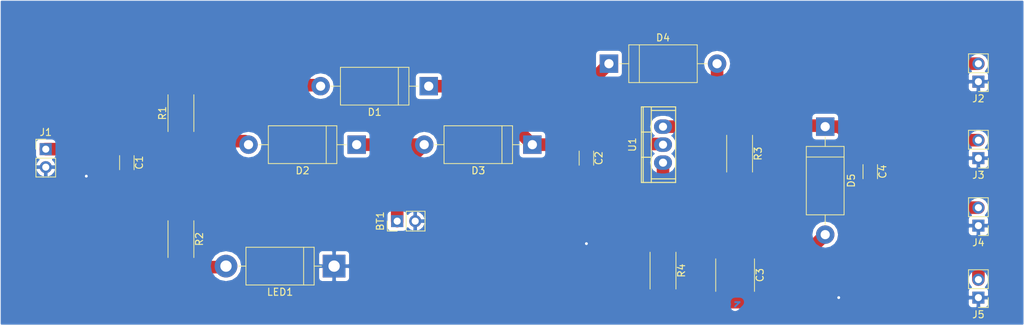
<source format=kicad_pcb>
(kicad_pcb (version 4) (host pcbnew 4.0.5)

  (general
    (links 34)
    (no_connects 0)
    (area 0 0 0 0)
    (thickness 1.6)
    (drawings 4)
    (tracks 68)
    (zones 0)
    (modules 21)
    (nets 10)
  )

  (page A4)
  (layers
    (0 F.Cu signal)
    (31 B.Cu signal)
    (32 B.Adhes user)
    (33 F.Adhes user)
    (34 B.Paste user)
    (35 F.Paste user)
    (36 B.SilkS user)
    (37 F.SilkS user)
    (38 B.Mask user)
    (39 F.Mask user)
    (40 Dwgs.User user)
    (41 Cmts.User user)
    (42 Eco1.User user)
    (43 Eco2.User user)
    (44 Edge.Cuts user)
    (45 Margin user)
    (46 B.CrtYd user)
    (47 F.CrtYd user)
    (48 B.Fab user)
    (49 F.Fab user)
  )

  (setup
    (last_trace_width 0.25)
    (user_trace_width 0.508)
    (user_trace_width 1.016)
    (user_trace_width 1.524)
    (user_trace_width 1.778)
    (user_trace_width 2.032)
    (user_trace_width 2.286)
    (trace_clearance 0.2)
    (zone_clearance 0.508)
    (zone_45_only no)
    (trace_min 0.2)
    (segment_width 0.2)
    (edge_width 0.1)
    (via_size 0.6)
    (via_drill 0.4)
    (via_min_size 0.4)
    (via_min_drill 0.3)
    (uvia_size 0.3)
    (uvia_drill 0.1)
    (uvias_allowed no)
    (uvia_min_size 0.2)
    (uvia_min_drill 0.1)
    (pcb_text_width 0.3)
    (pcb_text_size 1.5 1.5)
    (mod_edge_width 0.15)
    (mod_text_size 1 1)
    (mod_text_width 0.15)
    (pad_size 1.5 1.5)
    (pad_drill 0.6)
    (pad_to_mask_clearance 0)
    (aux_axis_origin 66.675 121.285)
    (grid_origin 66.675 121.285)
    (visible_elements 7FFFFFFF)
    (pcbplotparams
      (layerselection 0x020f0_80000001)
      (usegerberextensions false)
      (excludeedgelayer true)
      (linewidth 0.127000)
      (plotframeref false)
      (viasonmask false)
      (mode 1)
      (useauxorigin true)
      (hpglpennumber 1)
      (hpglpenspeed 20)
      (hpglpendiameter 15)
      (hpglpenoverlay 2)
      (psnegative false)
      (psa4output false)
      (plotreference true)
      (plotvalue true)
      (plotinvisibletext false)
      (padsonsilk false)
      (subtractmaskfromsilk false)
      (outputformat 1)
      (mirror false)
      (drillshape 0)
      (scaleselection 1)
      (outputdirectory ""))
  )

  (net 0 "")
  (net 1 "Net-(BT1-Pad1)")
  (net 2 GND)
  (net 3 "Net-(C1-Pad1)")
  (net 4 "Net-(C2-Pad1)")
  (net 5 "Net-(C3-Pad1)")
  (net 6 "Net-(C4-Pad1)")
  (net 7 "Net-(D2-Pad2)")
  (net 8 "Net-(LED1-Pad2)")
  (net 9 "Net-(R3-Pad2)")

  (net_class Default "This is the default net class."
    (clearance 0.2)
    (trace_width 0.25)
    (via_dia 0.6)
    (via_drill 0.4)
    (uvia_dia 0.3)
    (uvia_drill 0.1)
    (add_net GND)
    (add_net "Net-(BT1-Pad1)")
    (add_net "Net-(C1-Pad1)")
    (add_net "Net-(C2-Pad1)")
    (add_net "Net-(C3-Pad1)")
    (add_net "Net-(C4-Pad1)")
    (add_net "Net-(D2-Pad2)")
    (add_net "Net-(LED1-Pad2)")
    (add_net "Net-(R3-Pad2)")
  )

  (module Pin_Headers:Pin_Header_Straight_1x02_Pitch2.54mm (layer F.Cu) (tedit 5862ED52) (tstamp 58AB7960)
    (at 122.555 106.68 90)
    (descr "Through hole straight pin header, 1x02, 2.54mm pitch, single row")
    (tags "Through hole pin header THT 1x02 2.54mm single row")
    (path /58A7C862)
    (fp_text reference BT1 (at 0 -2.39 90) (layer F.SilkS)
      (effects (font (size 1 1) (thickness 0.15)))
    )
    (fp_text value Battery (at 0 4.93 90) (layer F.Fab)
      (effects (font (size 1 1) (thickness 0.15)))
    )
    (fp_line (start -1.27 -1.27) (end -1.27 3.81) (layer F.Fab) (width 0.1))
    (fp_line (start -1.27 3.81) (end 1.27 3.81) (layer F.Fab) (width 0.1))
    (fp_line (start 1.27 3.81) (end 1.27 -1.27) (layer F.Fab) (width 0.1))
    (fp_line (start 1.27 -1.27) (end -1.27 -1.27) (layer F.Fab) (width 0.1))
    (fp_line (start -1.39 1.27) (end -1.39 3.93) (layer F.SilkS) (width 0.12))
    (fp_line (start -1.39 3.93) (end 1.39 3.93) (layer F.SilkS) (width 0.12))
    (fp_line (start 1.39 3.93) (end 1.39 1.27) (layer F.SilkS) (width 0.12))
    (fp_line (start 1.39 1.27) (end -1.39 1.27) (layer F.SilkS) (width 0.12))
    (fp_line (start -1.39 0) (end -1.39 -1.39) (layer F.SilkS) (width 0.12))
    (fp_line (start -1.39 -1.39) (end 0 -1.39) (layer F.SilkS) (width 0.12))
    (fp_line (start -1.6 -1.6) (end -1.6 4.1) (layer F.CrtYd) (width 0.05))
    (fp_line (start -1.6 4.1) (end 1.6 4.1) (layer F.CrtYd) (width 0.05))
    (fp_line (start 1.6 4.1) (end 1.6 -1.6) (layer F.CrtYd) (width 0.05))
    (fp_line (start 1.6 -1.6) (end -1.6 -1.6) (layer F.CrtYd) (width 0.05))
    (pad 1 thru_hole rect (at 0 0 90) (size 1.7 1.7) (drill 1) (layers *.Cu *.Mask)
      (net 1 "Net-(BT1-Pad1)"))
    (pad 2 thru_hole oval (at 0 2.54 90) (size 1.7 1.7) (drill 1) (layers *.Cu *.Mask)
      (net 2 GND))
    (model Pin_Headers.3dshapes/Pin_Header_Straight_1x02_Pitch2.54mm.wrl
      (at (xyz 0 -0.05 0))
      (scale (xyz 1 1 1))
      (rotate (xyz 0 0 90))
    )
  )

  (module Capacitors_SMD:C_1206_HandSoldering (layer F.Cu) (tedit 58AA84D1) (tstamp 58AB7966)
    (at 84.455 98.425 270)
    (descr "Capacitor SMD 1206, hand soldering")
    (tags "capacitor 1206")
    (path /58A7C2EA)
    (attr smd)
    (fp_text reference C1 (at 0 -1.75 270) (layer F.SilkS)
      (effects (font (size 1 1) (thickness 0.15)))
    )
    (fp_text value 10u (at 0 2 270) (layer F.Fab)
      (effects (font (size 1 1) (thickness 0.15)))
    )
    (fp_text user %R (at 0 -1.75 270) (layer F.Fab)
      (effects (font (size 1 1) (thickness 0.15)))
    )
    (fp_line (start -1.6 0.8) (end -1.6 -0.8) (layer F.Fab) (width 0.1))
    (fp_line (start 1.6 0.8) (end -1.6 0.8) (layer F.Fab) (width 0.1))
    (fp_line (start 1.6 -0.8) (end 1.6 0.8) (layer F.Fab) (width 0.1))
    (fp_line (start -1.6 -0.8) (end 1.6 -0.8) (layer F.Fab) (width 0.1))
    (fp_line (start 1 -1.02) (end -1 -1.02) (layer F.SilkS) (width 0.12))
    (fp_line (start -1 1.02) (end 1 1.02) (layer F.SilkS) (width 0.12))
    (fp_line (start -3.25 -1.05) (end 3.25 -1.05) (layer F.CrtYd) (width 0.05))
    (fp_line (start -3.25 -1.05) (end -3.25 1.05) (layer F.CrtYd) (width 0.05))
    (fp_line (start 3.25 1.05) (end 3.25 -1.05) (layer F.CrtYd) (width 0.05))
    (fp_line (start 3.25 1.05) (end -3.25 1.05) (layer F.CrtYd) (width 0.05))
    (pad 1 smd rect (at -2 0 270) (size 2 1.6) (layers F.Cu F.Paste F.Mask)
      (net 3 "Net-(C1-Pad1)"))
    (pad 2 smd rect (at 2 0 270) (size 2 1.6) (layers F.Cu F.Paste F.Mask)
      (net 2 GND))
    (model Capacitors_SMD.3dshapes/C_1206.wrl
      (at (xyz 0 0 0))
      (scale (xyz 1 1 1))
      (rotate (xyz 0 0 0))
    )
  )

  (module Capacitors_SMD:C_1206_HandSoldering (layer F.Cu) (tedit 58AA84D1) (tstamp 58AB796C)
    (at 149.225 97.79 270)
    (descr "Capacitor SMD 1206, hand soldering")
    (tags "capacitor 1206")
    (path /58A76700)
    (attr smd)
    (fp_text reference C2 (at 0 -1.75 270) (layer F.SilkS)
      (effects (font (size 1 1) (thickness 0.15)))
    )
    (fp_text value 0.1u (at 0 2 270) (layer F.Fab)
      (effects (font (size 1 1) (thickness 0.15)))
    )
    (fp_text user %R (at 0 -1.75 270) (layer F.Fab)
      (effects (font (size 1 1) (thickness 0.15)))
    )
    (fp_line (start -1.6 0.8) (end -1.6 -0.8) (layer F.Fab) (width 0.1))
    (fp_line (start 1.6 0.8) (end -1.6 0.8) (layer F.Fab) (width 0.1))
    (fp_line (start 1.6 -0.8) (end 1.6 0.8) (layer F.Fab) (width 0.1))
    (fp_line (start -1.6 -0.8) (end 1.6 -0.8) (layer F.Fab) (width 0.1))
    (fp_line (start 1 -1.02) (end -1 -1.02) (layer F.SilkS) (width 0.12))
    (fp_line (start -1 1.02) (end 1 1.02) (layer F.SilkS) (width 0.12))
    (fp_line (start -3.25 -1.05) (end 3.25 -1.05) (layer F.CrtYd) (width 0.05))
    (fp_line (start -3.25 -1.05) (end -3.25 1.05) (layer F.CrtYd) (width 0.05))
    (fp_line (start 3.25 1.05) (end 3.25 -1.05) (layer F.CrtYd) (width 0.05))
    (fp_line (start 3.25 1.05) (end -3.25 1.05) (layer F.CrtYd) (width 0.05))
    (pad 1 smd rect (at -2 0 270) (size 2 1.6) (layers F.Cu F.Paste F.Mask)
      (net 4 "Net-(C2-Pad1)"))
    (pad 2 smd rect (at 2 0 270) (size 2 1.6) (layers F.Cu F.Paste F.Mask)
      (net 2 GND))
    (model Capacitors_SMD.3dshapes/C_1206.wrl
      (at (xyz 0 0 0))
      (scale (xyz 1 1 1))
      (rotate (xyz 0 0 0))
    )
  )

  (module Capacitors_SMD:C_2220_HandSoldering (layer F.Cu) (tedit 58AA857D) (tstamp 58AB7972)
    (at 170.18 114.3 270)
    (descr "Capacitor SMD 2220, hand soldering")
    (tags "capacitor 2220")
    (path /58A766C5)
    (attr smd)
    (fp_text reference C3 (at 0 -3.5 270) (layer F.SilkS)
      (effects (font (size 1 1) (thickness 0.15)))
    )
    (fp_text value 20u (at 0 3.75 270) (layer F.Fab)
      (effects (font (size 1 1) (thickness 0.15)))
    )
    (fp_text user %R (at 0 -3.5 270) (layer F.Fab)
      (effects (font (size 1 1) (thickness 0.15)))
    )
    (fp_line (start -2.75 2.5) (end -2.75 -2.5) (layer F.Fab) (width 0.1))
    (fp_line (start 2.75 2.5) (end -2.75 2.5) (layer F.Fab) (width 0.1))
    (fp_line (start 2.75 -2.5) (end 2.75 2.5) (layer F.Fab) (width 0.1))
    (fp_line (start -2.75 -2.5) (end 2.75 -2.5) (layer F.Fab) (width 0.1))
    (fp_line (start 2.3 -2.73) (end -2.3 -2.73) (layer F.SilkS) (width 0.12))
    (fp_line (start -2.3 2.73) (end 2.3 2.73) (layer F.SilkS) (width 0.12))
    (fp_line (start -4.95 -2.75) (end 4.95 -2.75) (layer F.CrtYd) (width 0.05))
    (fp_line (start -4.95 -2.75) (end -4.95 2.75) (layer F.CrtYd) (width 0.05))
    (fp_line (start 4.95 2.75) (end 4.95 -2.75) (layer F.CrtYd) (width 0.05))
    (fp_line (start 4.95 2.75) (end -4.95 2.75) (layer F.CrtYd) (width 0.05))
    (pad 1 smd rect (at -3.5 0 270) (size 2.4 5) (layers F.Cu F.Paste F.Mask)
      (net 5 "Net-(C3-Pad1)"))
    (pad 2 smd rect (at 3.5 0 270) (size 2.4 5) (layers F.Cu F.Paste F.Mask)
      (net 2 GND))
    (model Capacitors_SMD.3dshapes/C_2220.wrl
      (at (xyz 0 0 0))
      (scale (xyz 1 1 1))
      (rotate (xyz 0 0 0))
    )
  )

  (module Capacitors_SMD:C_1206_HandSoldering (layer F.Cu) (tedit 58AA84D1) (tstamp 58AB7978)
    (at 189.23 99.695 270)
    (descr "Capacitor SMD 1206, hand soldering")
    (tags "capacitor 1206")
    (path /58A7E144)
    (attr smd)
    (fp_text reference C4 (at 0 -1.75 270) (layer F.SilkS)
      (effects (font (size 1 1) (thickness 0.15)))
    )
    (fp_text value 1u (at 0 2 270) (layer F.Fab)
      (effects (font (size 1 1) (thickness 0.15)))
    )
    (fp_text user %R (at 0 -1.75 270) (layer F.Fab)
      (effects (font (size 1 1) (thickness 0.15)))
    )
    (fp_line (start -1.6 0.8) (end -1.6 -0.8) (layer F.Fab) (width 0.1))
    (fp_line (start 1.6 0.8) (end -1.6 0.8) (layer F.Fab) (width 0.1))
    (fp_line (start 1.6 -0.8) (end 1.6 0.8) (layer F.Fab) (width 0.1))
    (fp_line (start -1.6 -0.8) (end 1.6 -0.8) (layer F.Fab) (width 0.1))
    (fp_line (start 1 -1.02) (end -1 -1.02) (layer F.SilkS) (width 0.12))
    (fp_line (start -1 1.02) (end 1 1.02) (layer F.SilkS) (width 0.12))
    (fp_line (start -3.25 -1.05) (end 3.25 -1.05) (layer F.CrtYd) (width 0.05))
    (fp_line (start -3.25 -1.05) (end -3.25 1.05) (layer F.CrtYd) (width 0.05))
    (fp_line (start 3.25 1.05) (end 3.25 -1.05) (layer F.CrtYd) (width 0.05))
    (fp_line (start 3.25 1.05) (end -3.25 1.05) (layer F.CrtYd) (width 0.05))
    (pad 1 smd rect (at -2 0 270) (size 2 1.6) (layers F.Cu F.Paste F.Mask)
      (net 6 "Net-(C4-Pad1)"))
    (pad 2 smd rect (at 2 0 270) (size 2 1.6) (layers F.Cu F.Paste F.Mask)
      (net 2 GND))
    (model Capacitors_SMD.3dshapes/C_1206.wrl
      (at (xyz 0 0 0))
      (scale (xyz 1 1 1))
      (rotate (xyz 0 0 0))
    )
  )

  (module Diodes_THT:D_DO-201_P15.24mm_Horizontal (layer F.Cu) (tedit 5877C982) (tstamp 58AB797E)
    (at 127 87.63 180)
    (descr "D, DO-201 series, Axial, Horizontal, pin pitch=15.24mm, , length*diameter=9.53*5.21mm^2, , http://www.diodes.com/_files/packages/DO-201.pdf")
    (tags "D DO-201 series Axial Horizontal pin pitch 15.24mm  length 9.53mm diameter 5.21mm")
    (path /58A76920)
    (fp_text reference D1 (at 7.62 -3.665 180) (layer F.SilkS)
      (effects (font (size 1 1) (thickness 0.15)))
    )
    (fp_text value D_Schottky (at 7.62 3.665 180) (layer F.Fab)
      (effects (font (size 1 1) (thickness 0.15)))
    )
    (fp_line (start 2.855 -2.605) (end 2.855 2.605) (layer F.Fab) (width 0.1))
    (fp_line (start 2.855 2.605) (end 12.385 2.605) (layer F.Fab) (width 0.1))
    (fp_line (start 12.385 2.605) (end 12.385 -2.605) (layer F.Fab) (width 0.1))
    (fp_line (start 12.385 -2.605) (end 2.855 -2.605) (layer F.Fab) (width 0.1))
    (fp_line (start 0 0) (end 2.855 0) (layer F.Fab) (width 0.1))
    (fp_line (start 15.24 0) (end 12.385 0) (layer F.Fab) (width 0.1))
    (fp_line (start 4.2845 -2.605) (end 4.2845 2.605) (layer F.Fab) (width 0.1))
    (fp_line (start 2.795 -2.665) (end 2.795 2.665) (layer F.SilkS) (width 0.12))
    (fp_line (start 2.795 2.665) (end 12.445 2.665) (layer F.SilkS) (width 0.12))
    (fp_line (start 12.445 2.665) (end 12.445 -2.665) (layer F.SilkS) (width 0.12))
    (fp_line (start 12.445 -2.665) (end 2.795 -2.665) (layer F.SilkS) (width 0.12))
    (fp_line (start 1.48 0) (end 2.795 0) (layer F.SilkS) (width 0.12))
    (fp_line (start 13.76 0) (end 12.445 0) (layer F.SilkS) (width 0.12))
    (fp_line (start 4.2845 -2.665) (end 4.2845 2.665) (layer F.SilkS) (width 0.12))
    (fp_line (start -1.55 -2.95) (end -1.55 2.95) (layer F.CrtYd) (width 0.05))
    (fp_line (start -1.55 2.95) (end 16.8 2.95) (layer F.CrtYd) (width 0.05))
    (fp_line (start 16.8 2.95) (end 16.8 -2.95) (layer F.CrtYd) (width 0.05))
    (fp_line (start 16.8 -2.95) (end -1.55 -2.95) (layer F.CrtYd) (width 0.05))
    (pad 1 thru_hole rect (at 0 0 180) (size 2.6 2.6) (drill 1.3) (layers *.Cu *.Mask)
      (net 4 "Net-(C2-Pad1)"))
    (pad 2 thru_hole oval (at 15.24 0 180) (size 2.6 2.6) (drill 1.3) (layers *.Cu *.Mask)
      (net 3 "Net-(C1-Pad1)"))
    (model Diodes_THT.3dshapes/D_DO-201_P15.24mm_Horizontal.wrl
      (at (xyz 0 0 0))
      (scale (xyz 0.393701 0.393701 0.393701))
      (rotate (xyz 0 0 0))
    )
  )

  (module Diodes_THT:D_DO-201_P15.24mm_Horizontal (layer F.Cu) (tedit 5877C982) (tstamp 58AB7984)
    (at 116.84 95.885 180)
    (descr "D, DO-201 series, Axial, Horizontal, pin pitch=15.24mm, , length*diameter=9.53*5.21mm^2, , http://www.diodes.com/_files/packages/DO-201.pdf")
    (tags "D DO-201 series Axial Horizontal pin pitch 15.24mm  length 9.53mm diameter 5.21mm")
    (path /58A768E0)
    (fp_text reference D2 (at 7.62 -3.665 180) (layer F.SilkS)
      (effects (font (size 1 1) (thickness 0.15)))
    )
    (fp_text value D_Schottky (at 7.62 3.665 180) (layer F.Fab)
      (effects (font (size 1 1) (thickness 0.15)))
    )
    (fp_line (start 2.855 -2.605) (end 2.855 2.605) (layer F.Fab) (width 0.1))
    (fp_line (start 2.855 2.605) (end 12.385 2.605) (layer F.Fab) (width 0.1))
    (fp_line (start 12.385 2.605) (end 12.385 -2.605) (layer F.Fab) (width 0.1))
    (fp_line (start 12.385 -2.605) (end 2.855 -2.605) (layer F.Fab) (width 0.1))
    (fp_line (start 0 0) (end 2.855 0) (layer F.Fab) (width 0.1))
    (fp_line (start 15.24 0) (end 12.385 0) (layer F.Fab) (width 0.1))
    (fp_line (start 4.2845 -2.605) (end 4.2845 2.605) (layer F.Fab) (width 0.1))
    (fp_line (start 2.795 -2.665) (end 2.795 2.665) (layer F.SilkS) (width 0.12))
    (fp_line (start 2.795 2.665) (end 12.445 2.665) (layer F.SilkS) (width 0.12))
    (fp_line (start 12.445 2.665) (end 12.445 -2.665) (layer F.SilkS) (width 0.12))
    (fp_line (start 12.445 -2.665) (end 2.795 -2.665) (layer F.SilkS) (width 0.12))
    (fp_line (start 1.48 0) (end 2.795 0) (layer F.SilkS) (width 0.12))
    (fp_line (start 13.76 0) (end 12.445 0) (layer F.SilkS) (width 0.12))
    (fp_line (start 4.2845 -2.665) (end 4.2845 2.665) (layer F.SilkS) (width 0.12))
    (fp_line (start -1.55 -2.95) (end -1.55 2.95) (layer F.CrtYd) (width 0.05))
    (fp_line (start -1.55 2.95) (end 16.8 2.95) (layer F.CrtYd) (width 0.05))
    (fp_line (start 16.8 2.95) (end 16.8 -2.95) (layer F.CrtYd) (width 0.05))
    (fp_line (start 16.8 -2.95) (end -1.55 -2.95) (layer F.CrtYd) (width 0.05))
    (pad 1 thru_hole rect (at 0 0 180) (size 2.6 2.6) (drill 1.3) (layers *.Cu *.Mask)
      (net 1 "Net-(BT1-Pad1)"))
    (pad 2 thru_hole oval (at 15.24 0 180) (size 2.6 2.6) (drill 1.3) (layers *.Cu *.Mask)
      (net 7 "Net-(D2-Pad2)"))
    (model Diodes_THT.3dshapes/D_DO-201_P15.24mm_Horizontal.wrl
      (at (xyz 0 0 0))
      (scale (xyz 0.393701 0.393701 0.393701))
      (rotate (xyz 0 0 0))
    )
  )

  (module Diodes_THT:D_DO-201_P15.24mm_Horizontal (layer F.Cu) (tedit 5877C982) (tstamp 58AB798A)
    (at 141.605 95.885 180)
    (descr "D, DO-201 series, Axial, Horizontal, pin pitch=15.24mm, , length*diameter=9.53*5.21mm^2, , http://www.diodes.com/_files/packages/DO-201.pdf")
    (tags "D DO-201 series Axial Horizontal pin pitch 15.24mm  length 9.53mm diameter 5.21mm")
    (path /58A76968)
    (fp_text reference D3 (at 7.62 -3.665 180) (layer F.SilkS)
      (effects (font (size 1 1) (thickness 0.15)))
    )
    (fp_text value D_Schottky (at 7.62 3.665 180) (layer F.Fab)
      (effects (font (size 1 1) (thickness 0.15)))
    )
    (fp_line (start 2.855 -2.605) (end 2.855 2.605) (layer F.Fab) (width 0.1))
    (fp_line (start 2.855 2.605) (end 12.385 2.605) (layer F.Fab) (width 0.1))
    (fp_line (start 12.385 2.605) (end 12.385 -2.605) (layer F.Fab) (width 0.1))
    (fp_line (start 12.385 -2.605) (end 2.855 -2.605) (layer F.Fab) (width 0.1))
    (fp_line (start 0 0) (end 2.855 0) (layer F.Fab) (width 0.1))
    (fp_line (start 15.24 0) (end 12.385 0) (layer F.Fab) (width 0.1))
    (fp_line (start 4.2845 -2.605) (end 4.2845 2.605) (layer F.Fab) (width 0.1))
    (fp_line (start 2.795 -2.665) (end 2.795 2.665) (layer F.SilkS) (width 0.12))
    (fp_line (start 2.795 2.665) (end 12.445 2.665) (layer F.SilkS) (width 0.12))
    (fp_line (start 12.445 2.665) (end 12.445 -2.665) (layer F.SilkS) (width 0.12))
    (fp_line (start 12.445 -2.665) (end 2.795 -2.665) (layer F.SilkS) (width 0.12))
    (fp_line (start 1.48 0) (end 2.795 0) (layer F.SilkS) (width 0.12))
    (fp_line (start 13.76 0) (end 12.445 0) (layer F.SilkS) (width 0.12))
    (fp_line (start 4.2845 -2.665) (end 4.2845 2.665) (layer F.SilkS) (width 0.12))
    (fp_line (start -1.55 -2.95) (end -1.55 2.95) (layer F.CrtYd) (width 0.05))
    (fp_line (start -1.55 2.95) (end 16.8 2.95) (layer F.CrtYd) (width 0.05))
    (fp_line (start 16.8 2.95) (end 16.8 -2.95) (layer F.CrtYd) (width 0.05))
    (fp_line (start 16.8 -2.95) (end -1.55 -2.95) (layer F.CrtYd) (width 0.05))
    (pad 1 thru_hole rect (at 0 0 180) (size 2.6 2.6) (drill 1.3) (layers *.Cu *.Mask)
      (net 4 "Net-(C2-Pad1)"))
    (pad 2 thru_hole oval (at 15.24 0 180) (size 2.6 2.6) (drill 1.3) (layers *.Cu *.Mask)
      (net 1 "Net-(BT1-Pad1)"))
    (model Diodes_THT.3dshapes/D_DO-201_P15.24mm_Horizontal.wrl
      (at (xyz 0 0 0))
      (scale (xyz 0.393701 0.393701 0.393701))
      (rotate (xyz 0 0 0))
    )
  )

  (module Diodes_THT:D_DO-201_P15.24mm_Horizontal (layer F.Cu) (tedit 5877C982) (tstamp 58AB7990)
    (at 152.4 84.455)
    (descr "D, DO-201 series, Axial, Horizontal, pin pitch=15.24mm, , length*diameter=9.53*5.21mm^2, , http://www.diodes.com/_files/packages/DO-201.pdf")
    (tags "D DO-201 series Axial Horizontal pin pitch 15.24mm  length 9.53mm diameter 5.21mm")
    (path /58A7D172)
    (fp_text reference D4 (at 7.62 -3.665) (layer F.SilkS)
      (effects (font (size 1 1) (thickness 0.15)))
    )
    (fp_text value D_Schottky (at 7.62 3.665) (layer F.Fab)
      (effects (font (size 1 1) (thickness 0.15)))
    )
    (fp_line (start 2.855 -2.605) (end 2.855 2.605) (layer F.Fab) (width 0.1))
    (fp_line (start 2.855 2.605) (end 12.385 2.605) (layer F.Fab) (width 0.1))
    (fp_line (start 12.385 2.605) (end 12.385 -2.605) (layer F.Fab) (width 0.1))
    (fp_line (start 12.385 -2.605) (end 2.855 -2.605) (layer F.Fab) (width 0.1))
    (fp_line (start 0 0) (end 2.855 0) (layer F.Fab) (width 0.1))
    (fp_line (start 15.24 0) (end 12.385 0) (layer F.Fab) (width 0.1))
    (fp_line (start 4.2845 -2.605) (end 4.2845 2.605) (layer F.Fab) (width 0.1))
    (fp_line (start 2.795 -2.665) (end 2.795 2.665) (layer F.SilkS) (width 0.12))
    (fp_line (start 2.795 2.665) (end 12.445 2.665) (layer F.SilkS) (width 0.12))
    (fp_line (start 12.445 2.665) (end 12.445 -2.665) (layer F.SilkS) (width 0.12))
    (fp_line (start 12.445 -2.665) (end 2.795 -2.665) (layer F.SilkS) (width 0.12))
    (fp_line (start 1.48 0) (end 2.795 0) (layer F.SilkS) (width 0.12))
    (fp_line (start 13.76 0) (end 12.445 0) (layer F.SilkS) (width 0.12))
    (fp_line (start 4.2845 -2.665) (end 4.2845 2.665) (layer F.SilkS) (width 0.12))
    (fp_line (start -1.55 -2.95) (end -1.55 2.95) (layer F.CrtYd) (width 0.05))
    (fp_line (start -1.55 2.95) (end 16.8 2.95) (layer F.CrtYd) (width 0.05))
    (fp_line (start 16.8 2.95) (end 16.8 -2.95) (layer F.CrtYd) (width 0.05))
    (fp_line (start 16.8 -2.95) (end -1.55 -2.95) (layer F.CrtYd) (width 0.05))
    (pad 1 thru_hole rect (at 0 0) (size 2.6 2.6) (drill 1.3) (layers *.Cu *.Mask)
      (net 4 "Net-(C2-Pad1)"))
    (pad 2 thru_hole oval (at 15.24 0) (size 2.6 2.6) (drill 1.3) (layers *.Cu *.Mask)
      (net 6 "Net-(C4-Pad1)"))
    (model Diodes_THT.3dshapes/D_DO-201_P15.24mm_Horizontal.wrl
      (at (xyz 0 0 0))
      (scale (xyz 0.393701 0.393701 0.393701))
      (rotate (xyz 0 0 0))
    )
  )

  (module Diodes_THT:D_DO-201_P15.24mm_Horizontal (layer F.Cu) (tedit 5877C982) (tstamp 58AB7996)
    (at 182.88 93.345 270)
    (descr "D, DO-201 series, Axial, Horizontal, pin pitch=15.24mm, , length*diameter=9.53*5.21mm^2, , http://www.diodes.com/_files/packages/DO-201.pdf")
    (tags "D DO-201 series Axial Horizontal pin pitch 15.24mm  length 9.53mm diameter 5.21mm")
    (path /58A7A698)
    (fp_text reference D5 (at 7.62 -3.665 270) (layer F.SilkS)
      (effects (font (size 1 1) (thickness 0.15)))
    )
    (fp_text value D_Zener_Small (at 7.62 3.665 270) (layer F.Fab)
      (effects (font (size 1 1) (thickness 0.15)))
    )
    (fp_line (start 2.855 -2.605) (end 2.855 2.605) (layer F.Fab) (width 0.1))
    (fp_line (start 2.855 2.605) (end 12.385 2.605) (layer F.Fab) (width 0.1))
    (fp_line (start 12.385 2.605) (end 12.385 -2.605) (layer F.Fab) (width 0.1))
    (fp_line (start 12.385 -2.605) (end 2.855 -2.605) (layer F.Fab) (width 0.1))
    (fp_line (start 0 0) (end 2.855 0) (layer F.Fab) (width 0.1))
    (fp_line (start 15.24 0) (end 12.385 0) (layer F.Fab) (width 0.1))
    (fp_line (start 4.2845 -2.605) (end 4.2845 2.605) (layer F.Fab) (width 0.1))
    (fp_line (start 2.795 -2.665) (end 2.795 2.665) (layer F.SilkS) (width 0.12))
    (fp_line (start 2.795 2.665) (end 12.445 2.665) (layer F.SilkS) (width 0.12))
    (fp_line (start 12.445 2.665) (end 12.445 -2.665) (layer F.SilkS) (width 0.12))
    (fp_line (start 12.445 -2.665) (end 2.795 -2.665) (layer F.SilkS) (width 0.12))
    (fp_line (start 1.48 0) (end 2.795 0) (layer F.SilkS) (width 0.12))
    (fp_line (start 13.76 0) (end 12.445 0) (layer F.SilkS) (width 0.12))
    (fp_line (start 4.2845 -2.665) (end 4.2845 2.665) (layer F.SilkS) (width 0.12))
    (fp_line (start -1.55 -2.95) (end -1.55 2.95) (layer F.CrtYd) (width 0.05))
    (fp_line (start -1.55 2.95) (end 16.8 2.95) (layer F.CrtYd) (width 0.05))
    (fp_line (start 16.8 2.95) (end 16.8 -2.95) (layer F.CrtYd) (width 0.05))
    (fp_line (start 16.8 -2.95) (end -1.55 -2.95) (layer F.CrtYd) (width 0.05))
    (pad 1 thru_hole rect (at 0 0 270) (size 2.6 2.6) (drill 1.3) (layers *.Cu *.Mask)
      (net 6 "Net-(C4-Pad1)"))
    (pad 2 thru_hole oval (at 15.24 0 270) (size 2.6 2.6) (drill 1.3) (layers *.Cu *.Mask)
      (net 5 "Net-(C3-Pad1)"))
    (model Diodes_THT.3dshapes/D_DO-201_P15.24mm_Horizontal.wrl
      (at (xyz 0 0 0))
      (scale (xyz 0.393701 0.393701 0.393701))
      (rotate (xyz 0 0 0))
    )
  )

  (module Pin_Headers:Pin_Header_Straight_1x02_Pitch2.54mm (layer F.Cu) (tedit 5862ED52) (tstamp 58AB799C)
    (at 73.025 96.52)
    (descr "Through hole straight pin header, 1x02, 2.54mm pitch, single row")
    (tags "Through hole pin header THT 1x02 2.54mm single row")
    (path /58AB5C03)
    (fp_text reference J1 (at 0 -2.39) (layer F.SilkS)
      (effects (font (size 1 1) (thickness 0.15)))
    )
    (fp_text value TwoPin (at 0 4.93) (layer F.Fab)
      (effects (font (size 1 1) (thickness 0.15)))
    )
    (fp_line (start -1.27 -1.27) (end -1.27 3.81) (layer F.Fab) (width 0.1))
    (fp_line (start -1.27 3.81) (end 1.27 3.81) (layer F.Fab) (width 0.1))
    (fp_line (start 1.27 3.81) (end 1.27 -1.27) (layer F.Fab) (width 0.1))
    (fp_line (start 1.27 -1.27) (end -1.27 -1.27) (layer F.Fab) (width 0.1))
    (fp_line (start -1.39 1.27) (end -1.39 3.93) (layer F.SilkS) (width 0.12))
    (fp_line (start -1.39 3.93) (end 1.39 3.93) (layer F.SilkS) (width 0.12))
    (fp_line (start 1.39 3.93) (end 1.39 1.27) (layer F.SilkS) (width 0.12))
    (fp_line (start 1.39 1.27) (end -1.39 1.27) (layer F.SilkS) (width 0.12))
    (fp_line (start -1.39 0) (end -1.39 -1.39) (layer F.SilkS) (width 0.12))
    (fp_line (start -1.39 -1.39) (end 0 -1.39) (layer F.SilkS) (width 0.12))
    (fp_line (start -1.6 -1.6) (end -1.6 4.1) (layer F.CrtYd) (width 0.05))
    (fp_line (start -1.6 4.1) (end 1.6 4.1) (layer F.CrtYd) (width 0.05))
    (fp_line (start 1.6 4.1) (end 1.6 -1.6) (layer F.CrtYd) (width 0.05))
    (fp_line (start 1.6 -1.6) (end -1.6 -1.6) (layer F.CrtYd) (width 0.05))
    (pad 1 thru_hole rect (at 0 0) (size 1.7 1.7) (drill 1) (layers *.Cu *.Mask)
      (net 3 "Net-(C1-Pad1)"))
    (pad 2 thru_hole oval (at 0 2.54) (size 1.7 1.7) (drill 1) (layers *.Cu *.Mask)
      (net 2 GND))
    (model Pin_Headers.3dshapes/Pin_Header_Straight_1x02_Pitch2.54mm.wrl
      (at (xyz 0 -0.05 0))
      (scale (xyz 1 1 1))
      (rotate (xyz 0 0 90))
    )
  )

  (module Pin_Headers:Pin_Header_Straight_1x02_Pitch2.54mm (layer F.Cu) (tedit 5862ED52) (tstamp 58AB79A2)
    (at 204.47 86.995 180)
    (descr "Through hole straight pin header, 1x02, 2.54mm pitch, single row")
    (tags "Through hole pin header THT 1x02 2.54mm single row")
    (path /58AB5C5C)
    (fp_text reference J2 (at 0 -2.39 180) (layer F.SilkS)
      (effects (font (size 1 1) (thickness 0.15)))
    )
    (fp_text value TwoPin (at 0 4.93 180) (layer F.Fab)
      (effects (font (size 1 1) (thickness 0.15)))
    )
    (fp_line (start -1.27 -1.27) (end -1.27 3.81) (layer F.Fab) (width 0.1))
    (fp_line (start -1.27 3.81) (end 1.27 3.81) (layer F.Fab) (width 0.1))
    (fp_line (start 1.27 3.81) (end 1.27 -1.27) (layer F.Fab) (width 0.1))
    (fp_line (start 1.27 -1.27) (end -1.27 -1.27) (layer F.Fab) (width 0.1))
    (fp_line (start -1.39 1.27) (end -1.39 3.93) (layer F.SilkS) (width 0.12))
    (fp_line (start -1.39 3.93) (end 1.39 3.93) (layer F.SilkS) (width 0.12))
    (fp_line (start 1.39 3.93) (end 1.39 1.27) (layer F.SilkS) (width 0.12))
    (fp_line (start 1.39 1.27) (end -1.39 1.27) (layer F.SilkS) (width 0.12))
    (fp_line (start -1.39 0) (end -1.39 -1.39) (layer F.SilkS) (width 0.12))
    (fp_line (start -1.39 -1.39) (end 0 -1.39) (layer F.SilkS) (width 0.12))
    (fp_line (start -1.6 -1.6) (end -1.6 4.1) (layer F.CrtYd) (width 0.05))
    (fp_line (start -1.6 4.1) (end 1.6 4.1) (layer F.CrtYd) (width 0.05))
    (fp_line (start 1.6 4.1) (end 1.6 -1.6) (layer F.CrtYd) (width 0.05))
    (fp_line (start 1.6 -1.6) (end -1.6 -1.6) (layer F.CrtYd) (width 0.05))
    (pad 1 thru_hole rect (at 0 0 180) (size 1.7 1.7) (drill 1) (layers *.Cu *.Mask)
      (net 2 GND))
    (pad 2 thru_hole oval (at 0 2.54 180) (size 1.7 1.7) (drill 1) (layers *.Cu *.Mask)
      (net 6 "Net-(C4-Pad1)"))
    (model Pin_Headers.3dshapes/Pin_Header_Straight_1x02_Pitch2.54mm.wrl
      (at (xyz 0 -0.05 0))
      (scale (xyz 1 1 1))
      (rotate (xyz 0 0 90))
    )
  )

  (module Pin_Headers:Pin_Header_Straight_1x02_Pitch2.54mm (layer F.Cu) (tedit 5862ED52) (tstamp 58AB79A8)
    (at 204.47 97.79 180)
    (descr "Through hole straight pin header, 1x02, 2.54mm pitch, single row")
    (tags "Through hole pin header THT 1x02 2.54mm single row")
    (path /58AB5CA8)
    (fp_text reference J3 (at 0 -2.39 180) (layer F.SilkS)
      (effects (font (size 1 1) (thickness 0.15)))
    )
    (fp_text value TwoPin (at 0 4.93 180) (layer F.Fab)
      (effects (font (size 1 1) (thickness 0.15)))
    )
    (fp_line (start -1.27 -1.27) (end -1.27 3.81) (layer F.Fab) (width 0.1))
    (fp_line (start -1.27 3.81) (end 1.27 3.81) (layer F.Fab) (width 0.1))
    (fp_line (start 1.27 3.81) (end 1.27 -1.27) (layer F.Fab) (width 0.1))
    (fp_line (start 1.27 -1.27) (end -1.27 -1.27) (layer F.Fab) (width 0.1))
    (fp_line (start -1.39 1.27) (end -1.39 3.93) (layer F.SilkS) (width 0.12))
    (fp_line (start -1.39 3.93) (end 1.39 3.93) (layer F.SilkS) (width 0.12))
    (fp_line (start 1.39 3.93) (end 1.39 1.27) (layer F.SilkS) (width 0.12))
    (fp_line (start 1.39 1.27) (end -1.39 1.27) (layer F.SilkS) (width 0.12))
    (fp_line (start -1.39 0) (end -1.39 -1.39) (layer F.SilkS) (width 0.12))
    (fp_line (start -1.39 -1.39) (end 0 -1.39) (layer F.SilkS) (width 0.12))
    (fp_line (start -1.6 -1.6) (end -1.6 4.1) (layer F.CrtYd) (width 0.05))
    (fp_line (start -1.6 4.1) (end 1.6 4.1) (layer F.CrtYd) (width 0.05))
    (fp_line (start 1.6 4.1) (end 1.6 -1.6) (layer F.CrtYd) (width 0.05))
    (fp_line (start 1.6 -1.6) (end -1.6 -1.6) (layer F.CrtYd) (width 0.05))
    (pad 1 thru_hole rect (at 0 0 180) (size 1.7 1.7) (drill 1) (layers *.Cu *.Mask)
      (net 2 GND))
    (pad 2 thru_hole oval (at 0 2.54 180) (size 1.7 1.7) (drill 1) (layers *.Cu *.Mask)
      (net 6 "Net-(C4-Pad1)"))
    (model Pin_Headers.3dshapes/Pin_Header_Straight_1x02_Pitch2.54mm.wrl
      (at (xyz 0 -0.05 0))
      (scale (xyz 1 1 1))
      (rotate (xyz 0 0 90))
    )
  )

  (module Pin_Headers:Pin_Header_Straight_1x02_Pitch2.54mm (layer F.Cu) (tedit 5862ED52) (tstamp 58AB79AE)
    (at 204.47 107.315 180)
    (descr "Through hole straight pin header, 1x02, 2.54mm pitch, single row")
    (tags "Through hole pin header THT 1x02 2.54mm single row")
    (path /58AB5F07)
    (fp_text reference J4 (at 0 -2.39 180) (layer F.SilkS)
      (effects (font (size 1 1) (thickness 0.15)))
    )
    (fp_text value TwoPin (at 0 4.93 180) (layer F.Fab)
      (effects (font (size 1 1) (thickness 0.15)))
    )
    (fp_line (start -1.27 -1.27) (end -1.27 3.81) (layer F.Fab) (width 0.1))
    (fp_line (start -1.27 3.81) (end 1.27 3.81) (layer F.Fab) (width 0.1))
    (fp_line (start 1.27 3.81) (end 1.27 -1.27) (layer F.Fab) (width 0.1))
    (fp_line (start 1.27 -1.27) (end -1.27 -1.27) (layer F.Fab) (width 0.1))
    (fp_line (start -1.39 1.27) (end -1.39 3.93) (layer F.SilkS) (width 0.12))
    (fp_line (start -1.39 3.93) (end 1.39 3.93) (layer F.SilkS) (width 0.12))
    (fp_line (start 1.39 3.93) (end 1.39 1.27) (layer F.SilkS) (width 0.12))
    (fp_line (start 1.39 1.27) (end -1.39 1.27) (layer F.SilkS) (width 0.12))
    (fp_line (start -1.39 0) (end -1.39 -1.39) (layer F.SilkS) (width 0.12))
    (fp_line (start -1.39 -1.39) (end 0 -1.39) (layer F.SilkS) (width 0.12))
    (fp_line (start -1.6 -1.6) (end -1.6 4.1) (layer F.CrtYd) (width 0.05))
    (fp_line (start -1.6 4.1) (end 1.6 4.1) (layer F.CrtYd) (width 0.05))
    (fp_line (start 1.6 4.1) (end 1.6 -1.6) (layer F.CrtYd) (width 0.05))
    (fp_line (start 1.6 -1.6) (end -1.6 -1.6) (layer F.CrtYd) (width 0.05))
    (pad 1 thru_hole rect (at 0 0 180) (size 1.7 1.7) (drill 1) (layers *.Cu *.Mask)
      (net 2 GND))
    (pad 2 thru_hole oval (at 0 2.54 180) (size 1.7 1.7) (drill 1) (layers *.Cu *.Mask)
      (net 6 "Net-(C4-Pad1)"))
    (model Pin_Headers.3dshapes/Pin_Header_Straight_1x02_Pitch2.54mm.wrl
      (at (xyz 0 -0.05 0))
      (scale (xyz 1 1 1))
      (rotate (xyz 0 0 90))
    )
  )

  (module Pin_Headers:Pin_Header_Straight_1x02_Pitch2.54mm (layer F.Cu) (tedit 5862ED52) (tstamp 58AB79B4)
    (at 204.47 117.475 180)
    (descr "Through hole straight pin header, 1x02, 2.54mm pitch, single row")
    (tags "Through hole pin header THT 1x02 2.54mm single row")
    (path /58AB5F66)
    (fp_text reference J5 (at 0 -2.39 180) (layer F.SilkS)
      (effects (font (size 1 1) (thickness 0.15)))
    )
    (fp_text value TwoPin (at 0 4.93 180) (layer F.Fab)
      (effects (font (size 1 1) (thickness 0.15)))
    )
    (fp_line (start -1.27 -1.27) (end -1.27 3.81) (layer F.Fab) (width 0.1))
    (fp_line (start -1.27 3.81) (end 1.27 3.81) (layer F.Fab) (width 0.1))
    (fp_line (start 1.27 3.81) (end 1.27 -1.27) (layer F.Fab) (width 0.1))
    (fp_line (start 1.27 -1.27) (end -1.27 -1.27) (layer F.Fab) (width 0.1))
    (fp_line (start -1.39 1.27) (end -1.39 3.93) (layer F.SilkS) (width 0.12))
    (fp_line (start -1.39 3.93) (end 1.39 3.93) (layer F.SilkS) (width 0.12))
    (fp_line (start 1.39 3.93) (end 1.39 1.27) (layer F.SilkS) (width 0.12))
    (fp_line (start 1.39 1.27) (end -1.39 1.27) (layer F.SilkS) (width 0.12))
    (fp_line (start -1.39 0) (end -1.39 -1.39) (layer F.SilkS) (width 0.12))
    (fp_line (start -1.39 -1.39) (end 0 -1.39) (layer F.SilkS) (width 0.12))
    (fp_line (start -1.6 -1.6) (end -1.6 4.1) (layer F.CrtYd) (width 0.05))
    (fp_line (start -1.6 4.1) (end 1.6 4.1) (layer F.CrtYd) (width 0.05))
    (fp_line (start 1.6 4.1) (end 1.6 -1.6) (layer F.CrtYd) (width 0.05))
    (fp_line (start 1.6 -1.6) (end -1.6 -1.6) (layer F.CrtYd) (width 0.05))
    (pad 1 thru_hole rect (at 0 0 180) (size 1.7 1.7) (drill 1) (layers *.Cu *.Mask)
      (net 2 GND))
    (pad 2 thru_hole oval (at 0 2.54 180) (size 1.7 1.7) (drill 1) (layers *.Cu *.Mask)
      (net 6 "Net-(C4-Pad1)"))
    (model Pin_Headers.3dshapes/Pin_Header_Straight_1x02_Pitch2.54mm.wrl
      (at (xyz 0 -0.05 0))
      (scale (xyz 1 1 1))
      (rotate (xyz 0 0 90))
    )
  )

  (module Diodes_THT:D_DO-201AD_P15.24mm_Horizontal (layer F.Cu) (tedit 5877C982) (tstamp 58AB79BA)
    (at 113.665 113.03 180)
    (descr "D, DO-201AD series, Axial, Horizontal, pin pitch=15.24mm, , length*diameter=9.5*5.2mm^2, , http://www.diodes.com/_files/packages/DO-201AD.pdf")
    (tags "D DO-201AD series Axial Horizontal pin pitch 15.24mm  length 9.5mm diameter 5.2mm")
    (path /58A769B3)
    (fp_text reference LED1 (at 7.62 -3.66 180) (layer F.SilkS)
      (effects (font (size 1 1) (thickness 0.15)))
    )
    (fp_text value D_Photo (at 7.62 3.66 180) (layer F.Fab)
      (effects (font (size 1 1) (thickness 0.15)))
    )
    (fp_line (start 2.87 -2.6) (end 2.87 2.6) (layer F.Fab) (width 0.1))
    (fp_line (start 2.87 2.6) (end 12.37 2.6) (layer F.Fab) (width 0.1))
    (fp_line (start 12.37 2.6) (end 12.37 -2.6) (layer F.Fab) (width 0.1))
    (fp_line (start 12.37 -2.6) (end 2.87 -2.6) (layer F.Fab) (width 0.1))
    (fp_line (start 0 0) (end 2.87 0) (layer F.Fab) (width 0.1))
    (fp_line (start 15.24 0) (end 12.37 0) (layer F.Fab) (width 0.1))
    (fp_line (start 4.295 -2.6) (end 4.295 2.6) (layer F.Fab) (width 0.1))
    (fp_line (start 2.81 -2.66) (end 2.81 2.66) (layer F.SilkS) (width 0.12))
    (fp_line (start 2.81 2.66) (end 12.43 2.66) (layer F.SilkS) (width 0.12))
    (fp_line (start 12.43 2.66) (end 12.43 -2.66) (layer F.SilkS) (width 0.12))
    (fp_line (start 12.43 -2.66) (end 2.81 -2.66) (layer F.SilkS) (width 0.12))
    (fp_line (start 1.78 0) (end 2.81 0) (layer F.SilkS) (width 0.12))
    (fp_line (start 13.46 0) (end 12.43 0) (layer F.SilkS) (width 0.12))
    (fp_line (start 4.295 -2.66) (end 4.295 2.66) (layer F.SilkS) (width 0.12))
    (fp_line (start -1.85 -2.95) (end -1.85 2.95) (layer F.CrtYd) (width 0.05))
    (fp_line (start -1.85 2.95) (end 17.1 2.95) (layer F.CrtYd) (width 0.05))
    (fp_line (start 17.1 2.95) (end 17.1 -2.95) (layer F.CrtYd) (width 0.05))
    (fp_line (start 17.1 -2.95) (end -1.85 -2.95) (layer F.CrtYd) (width 0.05))
    (pad 1 thru_hole rect (at 0 0 180) (size 3.2 3.2) (drill 1.6) (layers *.Cu *.Mask)
      (net 2 GND))
    (pad 2 thru_hole oval (at 15.24 0 180) (size 3.2 3.2) (drill 1.6) (layers *.Cu *.Mask)
      (net 8 "Net-(LED1-Pad2)"))
    (model Diodes_THT.3dshapes/D_DO-201AD_P15.24mm_Horizontal.wrl
      (at (xyz 0 0 0))
      (scale (xyz 0.393701 0.393701 0.393701))
      (rotate (xyz 0 0 0))
    )
  )

  (module Resistors_SMD:R_2512_HandSoldering (layer F.Cu) (tedit 58AADA78) (tstamp 58AB79C0)
    (at 92.075 91.44 90)
    (descr "Resistor SMD 2512, hand soldering")
    (tags "resistor 2512")
    (path /58A76501)
    (attr smd)
    (fp_text reference R1 (at 0 -2.6 90) (layer F.SilkS)
      (effects (font (size 1 1) (thickness 0.15)))
    )
    (fp_text value 220 (at 0 2.75 90) (layer F.Fab)
      (effects (font (size 1 1) (thickness 0.15)))
    )
    (fp_text user %R (at 0 -2.6 90) (layer F.Fab)
      (effects (font (size 1 1) (thickness 0.15)))
    )
    (fp_line (start -3.15 1.6) (end -3.15 -1.6) (layer F.Fab) (width 0.1))
    (fp_line (start 3.15 1.6) (end -3.15 1.6) (layer F.Fab) (width 0.1))
    (fp_line (start 3.15 -1.6) (end 3.15 1.6) (layer F.Fab) (width 0.1))
    (fp_line (start -3.15 -1.6) (end 3.15 -1.6) (layer F.Fab) (width 0.1))
    (fp_line (start 2.6 1.82) (end -2.6 1.82) (layer F.SilkS) (width 0.12))
    (fp_line (start -2.6 -1.82) (end 2.6 -1.82) (layer F.SilkS) (width 0.12))
    (fp_line (start -5.56 -1.85) (end 5.55 -1.85) (layer F.CrtYd) (width 0.05))
    (fp_line (start -5.56 -1.85) (end -5.56 1.85) (layer F.CrtYd) (width 0.05))
    (fp_line (start 5.55 1.85) (end 5.55 -1.85) (layer F.CrtYd) (width 0.05))
    (fp_line (start 5.55 1.85) (end -5.56 1.85) (layer F.CrtYd) (width 0.05))
    (pad 1 smd rect (at -3.95 0 90) (size 2.7 3.2) (layers F.Cu F.Paste F.Mask)
      (net 7 "Net-(D2-Pad2)"))
    (pad 2 smd rect (at 3.95 0 90) (size 2.7 3.2) (layers F.Cu F.Paste F.Mask)
      (net 3 "Net-(C1-Pad1)"))
    (model Resistors_SMD.3dshapes/R_2512.wrl
      (at (xyz 0 0 0))
      (scale (xyz 1 1 1))
      (rotate (xyz 0 0 0))
    )
  )

  (module Resistors_SMD:R_2512_HandSoldering (layer F.Cu) (tedit 58AADA78) (tstamp 58AB79C6)
    (at 92.075 109.22 270)
    (descr "Resistor SMD 2512, hand soldering")
    (tags "resistor 2512")
    (path /58A764D8)
    (attr smd)
    (fp_text reference R2 (at 0 -2.6 270) (layer F.SilkS)
      (effects (font (size 1 1) (thickness 0.15)))
    )
    (fp_text value 1k (at 0 2.75 270) (layer F.Fab)
      (effects (font (size 1 1) (thickness 0.15)))
    )
    (fp_text user %R (at 0 -2.6 270) (layer F.Fab)
      (effects (font (size 1 1) (thickness 0.15)))
    )
    (fp_line (start -3.15 1.6) (end -3.15 -1.6) (layer F.Fab) (width 0.1))
    (fp_line (start 3.15 1.6) (end -3.15 1.6) (layer F.Fab) (width 0.1))
    (fp_line (start 3.15 -1.6) (end 3.15 1.6) (layer F.Fab) (width 0.1))
    (fp_line (start -3.15 -1.6) (end 3.15 -1.6) (layer F.Fab) (width 0.1))
    (fp_line (start 2.6 1.82) (end -2.6 1.82) (layer F.SilkS) (width 0.12))
    (fp_line (start -2.6 -1.82) (end 2.6 -1.82) (layer F.SilkS) (width 0.12))
    (fp_line (start -5.56 -1.85) (end 5.55 -1.85) (layer F.CrtYd) (width 0.05))
    (fp_line (start -5.56 -1.85) (end -5.56 1.85) (layer F.CrtYd) (width 0.05))
    (fp_line (start 5.55 1.85) (end 5.55 -1.85) (layer F.CrtYd) (width 0.05))
    (fp_line (start 5.55 1.85) (end -5.56 1.85) (layer F.CrtYd) (width 0.05))
    (pad 1 smd rect (at -3.95 0 270) (size 2.7 3.2) (layers F.Cu F.Paste F.Mask)
      (net 7 "Net-(D2-Pad2)"))
    (pad 2 smd rect (at 3.95 0 270) (size 2.7 3.2) (layers F.Cu F.Paste F.Mask)
      (net 8 "Net-(LED1-Pad2)"))
    (model Resistors_SMD.3dshapes/R_2512.wrl
      (at (xyz 0 0 0))
      (scale (xyz 1 1 1))
      (rotate (xyz 0 0 0))
    )
  )

  (module Resistors_SMD:R_2512_HandSoldering (layer F.Cu) (tedit 58AADA78) (tstamp 58AB79CC)
    (at 170.815 97.155 270)
    (descr "Resistor SMD 2512, hand soldering")
    (tags "resistor 2512")
    (path /58A76533)
    (attr smd)
    (fp_text reference R3 (at 0 -2.6 270) (layer F.SilkS)
      (effects (font (size 1 1) (thickness 0.15)))
    )
    (fp_text value 220 (at 0 2.75 270) (layer F.Fab)
      (effects (font (size 1 1) (thickness 0.15)))
    )
    (fp_text user %R (at 0 -2.6 270) (layer F.Fab)
      (effects (font (size 1 1) (thickness 0.15)))
    )
    (fp_line (start -3.15 1.6) (end -3.15 -1.6) (layer F.Fab) (width 0.1))
    (fp_line (start 3.15 1.6) (end -3.15 1.6) (layer F.Fab) (width 0.1))
    (fp_line (start 3.15 -1.6) (end 3.15 1.6) (layer F.Fab) (width 0.1))
    (fp_line (start -3.15 -1.6) (end 3.15 -1.6) (layer F.Fab) (width 0.1))
    (fp_line (start 2.6 1.82) (end -2.6 1.82) (layer F.SilkS) (width 0.12))
    (fp_line (start -2.6 -1.82) (end 2.6 -1.82) (layer F.SilkS) (width 0.12))
    (fp_line (start -5.56 -1.85) (end 5.55 -1.85) (layer F.CrtYd) (width 0.05))
    (fp_line (start -5.56 -1.85) (end -5.56 1.85) (layer F.CrtYd) (width 0.05))
    (fp_line (start 5.55 1.85) (end 5.55 -1.85) (layer F.CrtYd) (width 0.05))
    (fp_line (start 5.55 1.85) (end -5.56 1.85) (layer F.CrtYd) (width 0.05))
    (pad 1 smd rect (at -3.95 0 270) (size 2.7 3.2) (layers F.Cu F.Paste F.Mask)
      (net 6 "Net-(C4-Pad1)"))
    (pad 2 smd rect (at 3.95 0 270) (size 2.7 3.2) (layers F.Cu F.Paste F.Mask)
      (net 9 "Net-(R3-Pad2)"))
    (model Resistors_SMD.3dshapes/R_2512.wrl
      (at (xyz 0 0 0))
      (scale (xyz 1 1 1))
      (rotate (xyz 0 0 0))
    )
  )

  (module Resistors_SMD:R_2512_HandSoldering (layer F.Cu) (tedit 58AADA78) (tstamp 58AB79D2)
    (at 160.02 113.665 270)
    (descr "Resistor SMD 2512, hand soldering")
    (tags "resistor 2512")
    (path /58A76575)
    (attr smd)
    (fp_text reference R4 (at 0 -2.6 270) (layer F.SilkS)
      (effects (font (size 1 1) (thickness 0.15)))
    )
    (fp_text value 10k (at 0 2.75 270) (layer F.Fab)
      (effects (font (size 1 1) (thickness 0.15)))
    )
    (fp_text user %R (at 0 -2.6 270) (layer F.Fab)
      (effects (font (size 1 1) (thickness 0.15)))
    )
    (fp_line (start -3.15 1.6) (end -3.15 -1.6) (layer F.Fab) (width 0.1))
    (fp_line (start 3.15 1.6) (end -3.15 1.6) (layer F.Fab) (width 0.1))
    (fp_line (start 3.15 -1.6) (end 3.15 1.6) (layer F.Fab) (width 0.1))
    (fp_line (start -3.15 -1.6) (end 3.15 -1.6) (layer F.Fab) (width 0.1))
    (fp_line (start 2.6 1.82) (end -2.6 1.82) (layer F.SilkS) (width 0.12))
    (fp_line (start -2.6 -1.82) (end 2.6 -1.82) (layer F.SilkS) (width 0.12))
    (fp_line (start -5.56 -1.85) (end 5.55 -1.85) (layer F.CrtYd) (width 0.05))
    (fp_line (start -5.56 -1.85) (end -5.56 1.85) (layer F.CrtYd) (width 0.05))
    (fp_line (start 5.55 1.85) (end 5.55 -1.85) (layer F.CrtYd) (width 0.05))
    (fp_line (start 5.55 1.85) (end -5.56 1.85) (layer F.CrtYd) (width 0.05))
    (pad 1 smd rect (at -3.95 0 270) (size 2.7 3.2) (layers F.Cu F.Paste F.Mask)
      (net 9 "Net-(R3-Pad2)"))
    (pad 2 smd rect (at 3.95 0 270) (size 2.7 3.2) (layers F.Cu F.Paste F.Mask)
      (net 2 GND))
    (model Resistors_SMD.3dshapes/R_2512.wrl
      (at (xyz 0 0 0))
      (scale (xyz 1 1 1))
      (rotate (xyz 0 0 0))
    )
  )

  (module Power_Integrations:TO-220 (layer F.Cu) (tedit 0) (tstamp 58AB79D9)
    (at 160.02 95.885 90)
    (descr "Non Isolated JEDEC TO-220 Package")
    (tags "Power Integration YN Package")
    (path /58A78479)
    (fp_text reference U1 (at 0 -4.318 90) (layer F.SilkS)
      (effects (font (size 1 1) (thickness 0.15)))
    )
    (fp_text value LM317K (at 0 -4.318 90) (layer F.Fab)
      (effects (font (size 1 1) (thickness 0.15)))
    )
    (fp_line (start 4.826 -1.651) (end 4.826 1.778) (layer F.SilkS) (width 0.15))
    (fp_line (start -4.826 -1.651) (end -4.826 1.778) (layer F.SilkS) (width 0.15))
    (fp_line (start 5.334 -2.794) (end -5.334 -2.794) (layer F.SilkS) (width 0.15))
    (fp_line (start 1.778 -1.778) (end 1.778 -3.048) (layer F.SilkS) (width 0.15))
    (fp_line (start -1.778 -1.778) (end -1.778 -3.048) (layer F.SilkS) (width 0.15))
    (fp_line (start -5.334 -1.651) (end 5.334 -1.651) (layer F.SilkS) (width 0.15))
    (fp_line (start 5.334 1.778) (end -5.334 1.778) (layer F.SilkS) (width 0.15))
    (fp_line (start -5.334 -3.048) (end -5.334 1.778) (layer F.SilkS) (width 0.15))
    (fp_line (start 5.334 -3.048) (end 5.334 1.778) (layer F.SilkS) (width 0.15))
    (fp_line (start 5.334 -3.048) (end -5.334 -3.048) (layer F.SilkS) (width 0.15))
    (pad 2 thru_hole oval (at 0 0 90) (size 2.032 2.54) (drill 1.143) (layers *.Cu *.Mask)
      (net 4 "Net-(C2-Pad1)"))
    (pad 3 thru_hole oval (at 2.54 0 90) (size 2.032 2.54) (drill 1.143) (layers *.Cu *.Mask)
      (net 6 "Net-(C4-Pad1)"))
    (pad 1 thru_hole oval (at -2.54 0 90) (size 2.032 2.54) (drill 1.143) (layers *.Cu *.Mask)
      (net 9 "Net-(R3-Pad2)"))
  )

  (gr_line (start 210.82 121.285) (end 66.675 121.285) (angle 90) (layer Margin) (width 0.2))
  (gr_line (start 210.82 75.565) (end 210.82 121.285) (angle 90) (layer Margin) (width 0.2))
  (gr_line (start 66.675 75.565) (end 210.82 75.565) (angle 90) (layer Margin) (width 0.2))
  (gr_line (start 66.675 121.285) (end 66.675 75.565) (angle 90) (layer Margin) (width 0.2))

  (segment (start 170.18 118.11) (end 170.815 118.11) (width 0.25) (layer B.Cu) (net 0))
  (segment (start 170.815 118.11) (end 170.18 118.745) (width 0.25) (layer B.Cu) (net 0) (tstamp 58AB8C6C))
  (segment (start 191.135 93.25) (end 191.135 93.98) (width 0.25) (layer F.Cu) (net 0))
  (segment (start 191.04 93.345) (end 191.135 93.25) (width 0.25) (layer F.Cu) (net 0) (tstamp 58AB8B17))
  (segment (start 122.555 106.68) (end 122.555 99.695) (width 1.778) (layer F.Cu) (net 1))
  (segment (start 122.555 99.695) (end 126.365 95.885) (width 1.778) (layer F.Cu) (net 1) (tstamp 58AB8A7B))
  (segment (start 126.365 95.885) (end 116.84 95.885) (width 1.778) (layer F.Cu) (net 1))
  (segment (start 78.835 100.425) (end 84.455 100.425) (width 1.778) (layer F.Cu) (net 2) (tstamp 58AB8C7C))
  (segment (start 78.74 100.33) (end 78.835 100.425) (width 1.778) (layer F.Cu) (net 2) (tstamp 58AB8C7B))
  (via (at 78.74 100.33) (size 0.6) (drill 0.4) (layers F.Cu B.Cu) (net 2))
  (segment (start 189.23 101.695) (end 189.23 113.03) (width 1.778) (layer F.Cu) (net 2))
  (segment (start 189.23 113.03) (end 184.46 117.8) (width 1.778) (layer F.Cu) (net 2) (tstamp 58ABA9E8))
  (via (at 149.225 109.855) (size 0.6) (drill 0.4) (layers F.Cu B.Cu) (net 2))
  (segment (start 160.02 117.615) (end 169.995 117.615) (width 1.778) (layer F.Cu) (net 2))
  (segment (start 169.995 117.615) (end 170.18 117.8) (width 0.25) (layer F.Cu) (net 2) (tstamp 58AB8CEA))
  (segment (start 184.46 117.8) (end 170.18 117.8) (width 1.778) (layer F.Cu) (net 2) (tstamp 58AB8CE7))
  (segment (start 184.785 117.475) (end 184.46 117.8) (width 1.778) (layer F.Cu) (net 2) (tstamp 58AB8CE6))
  (via (at 184.785 117.475) (size 0.6) (drill 0.4) (layers F.Cu B.Cu) (net 2))
  (segment (start 160.02 117.615) (end 156.985 117.615) (width 1.778) (layer F.Cu) (net 2))
  (segment (start 156.985 117.615) (end 149.225 109.855) (width 1.778) (layer F.Cu) (net 2) (tstamp 58AB8C96))
  (segment (start 149.225 109.855) (end 149.225 99.79) (width 1.778) (layer F.Cu) (net 2) (tstamp 58AB8C98))
  (segment (start 170.18 117.8) (end 160.205 117.8) (width 0.25) (layer F.Cu) (net 2))
  (segment (start 160.205 117.8) (end 160.02 117.615) (width 0.25) (layer F.Cu) (net 2) (tstamp 58AB8C93))
  (segment (start 92.075 87.49) (end 111.62 87.49) (width 1.778) (layer F.Cu) (net 3))
  (segment (start 111.62 87.49) (end 111.76 87.63) (width 1.778) (layer F.Cu) (net 3) (tstamp 58AB985F))
  (segment (start 84.455 96.425) (end 84.455 95.11) (width 1.778) (layer F.Cu) (net 3))
  (segment (start 84.455 95.11) (end 92.075 87.49) (width 1.778) (layer F.Cu) (net 3) (tstamp 58AB87C1))
  (segment (start 73.025 96.52) (end 84.36 96.52) (width 1.778) (layer F.Cu) (net 3))
  (segment (start 84.36 96.52) (end 84.455 96.425) (width 0.25) (layer F.Cu) (net 3) (tstamp 58AB87BE))
  (segment (start 141.605 95.885) (end 133.35 87.63) (width 1.778) (layer F.Cu) (net 4))
  (segment (start 133.35 87.63) (end 127 87.63) (width 1.778) (layer F.Cu) (net 4) (tstamp 58AB98E7))
  (segment (start 149.225 95.79) (end 149.225 87.63) (width 1.778) (layer F.Cu) (net 4))
  (segment (start 149.225 87.63) (end 152.4 84.455) (width 1.778) (layer F.Cu) (net 4) (tstamp 58AB8A77))
  (segment (start 149.225 95.79) (end 159.925 95.79) (width 1.778) (layer F.Cu) (net 4))
  (segment (start 159.925 95.79) (end 160.02 95.885) (width 0.25) (layer F.Cu) (net 4) (tstamp 58AB88EC))
  (segment (start 141.605 95.885) (end 149.13 95.885) (width 1.778) (layer F.Cu) (net 4))
  (segment (start 149.13 95.885) (end 149.225 95.79) (width 0.25) (layer F.Cu) (net 4) (tstamp 58AB88E9))
  (segment (start 149.13 95.885) (end 149.225 95.79) (width 0.25) (layer F.Cu) (net 4) (tstamp 58AB88CC))
  (segment (start 170.18 110.8) (end 180.665 110.8) (width 1.778) (layer F.Cu) (net 5))
  (segment (start 180.665 110.8) (end 182.88 108.585) (width 1.778) (layer F.Cu) (net 5) (tstamp 58AB8AFD))
  (segment (start 204.47 114.935) (end 204.47 112.935) (width 1.778) (layer F.Cu) (net 6))
  (segment (start 204.47 112.935) (end 193.135 101.6) (width 1.778) (layer F.Cu) (net 6) (tstamp 58ABAD9B))
  (segment (start 204.47 104.775) (end 200.66 104.775) (width 1.778) (layer F.Cu) (net 6))
  (segment (start 193.135 101.6) (end 189.23 97.695) (width 1.778) (layer F.Cu) (net 6) (tstamp 58ABAD90))
  (segment (start 197.485 101.6) (end 193.135 101.6) (width 1.778) (layer F.Cu) (net 6) (tstamp 58ABAD8A))
  (segment (start 200.66 104.775) (end 197.485 101.6) (width 1.778) (layer F.Cu) (net 6) (tstamp 58ABAD85))
  (segment (start 189.23 97.695) (end 197.58 97.695) (width 1.778) (layer F.Cu) (net 6))
  (segment (start 200.025 95.25) (end 204.47 95.25) (width 1.778) (layer F.Cu) (net 6) (tstamp 58ABAD7D))
  (segment (start 197.58 97.695) (end 200.025 95.25) (width 1.778) (layer F.Cu) (net 6) (tstamp 58ABAD79))
  (segment (start 182.88 93.345) (end 184.88 93.345) (width 1.778) (layer F.Cu) (net 6))
  (segment (start 184.88 93.345) (end 189.23 97.695) (width 1.778) (layer F.Cu) (net 6) (tstamp 58ABAA62))
  (segment (start 189.23 97.695) (end 189.23 90.805) (width 1.778) (layer F.Cu) (net 6))
  (segment (start 189.23 90.805) (end 195.58 84.455) (width 1.778) (layer F.Cu) (net 6) (tstamp 58AB9BA0))
  (segment (start 195.58 84.455) (end 204.47 84.455) (width 1.778) (layer F.Cu) (net 6) (tstamp 58AB9BA1))
  (segment (start 170.815 93.205) (end 182.74 93.205) (width 1.778) (layer F.Cu) (net 6))
  (segment (start 182.74 93.205) (end 182.88 93.345) (width 0.25) (layer F.Cu) (net 6) (tstamp 58AB8AFA))
  (segment (start 160.02 93.345) (end 170.675 93.345) (width 1.778) (layer F.Cu) (net 6))
  (segment (start 170.675 93.345) (end 170.815 93.205) (width 0.25) (layer F.Cu) (net 6) (tstamp 58AB8A73))
  (segment (start 167.64 84.455) (end 167.64 90.03) (width 1.778) (layer F.Cu) (net 6))
  (segment (start 167.64 90.03) (end 170.815 93.205) (width 1.778) (layer F.Cu) (net 6) (tstamp 58AB8A4F))
  (segment (start 92.075 95.39) (end 101.105 95.39) (width 1.778) (layer F.Cu) (net 7))
  (segment (start 101.105 95.39) (end 101.6 95.885) (width 0.25) (layer F.Cu) (net 7) (tstamp 58AB87D0))
  (segment (start 92.075 95.39) (end 92.075 105.27) (width 1.778) (layer F.Cu) (net 7))
  (segment (start 92.075 113.17) (end 98.285 113.17) (width 1.778) (layer F.Cu) (net 8))
  (segment (start 98.285 113.17) (end 98.425 113.03) (width 0.25) (layer F.Cu) (net 8) (tstamp 58AB8820))
  (segment (start 160.02 109.715) (end 160.02 98.425) (width 1.778) (layer F.Cu) (net 9))
  (segment (start 170.815 101.105) (end 168.63 101.105) (width 1.778) (layer F.Cu) (net 9))
  (segment (start 168.63 101.105) (end 160.02 109.715) (width 1.778) (layer F.Cu) (net 9) (tstamp 58AB997B))

  (zone (net 2) (net_name GND) (layer B.Cu) (tstamp 58ABBEA4) (hatch edge 0.508)
    (connect_pads (clearance 0.508))
    (min_thickness 0.254)
    (fill yes (arc_segments 16) (thermal_gap 0.508) (thermal_bridge_width 0.508))
    (polygon
      (pts
        (xy 210.82 121.285) (xy 66.675 121.285) (xy 66.675 75.565) (xy 210.82 75.565)
      )
    )
    (filled_polygon
      (pts
        (xy 210.693 121.158) (xy 66.802 121.158) (xy 66.802 118.11) (xy 169.42 118.11) (xy 169.477852 118.400839)
        (xy 169.495666 118.4275) (xy 169.477852 118.454161) (xy 169.42 118.745) (xy 169.477852 119.035839) (xy 169.642599 119.282401)
        (xy 169.889161 119.447148) (xy 170.18 119.505) (xy 170.470839 119.447148) (xy 170.717401 119.282401) (xy 171.352401 118.647401)
        (xy 171.517148 118.400839) (xy 171.575 118.11) (xy 171.517148 117.81916) (xy 171.47812 117.76075) (xy 202.985 117.76075)
        (xy 202.985 118.45131) (xy 203.081673 118.684699) (xy 203.260302 118.863327) (xy 203.493691 118.96) (xy 204.18425 118.96)
        (xy 204.343 118.80125) (xy 204.343 117.602) (xy 204.597 117.602) (xy 204.597 118.80125) (xy 204.75575 118.96)
        (xy 205.446309 118.96) (xy 205.679698 118.863327) (xy 205.858327 118.684699) (xy 205.955 118.45131) (xy 205.955 117.76075)
        (xy 205.79625 117.602) (xy 204.597 117.602) (xy 204.343 117.602) (xy 203.14375 117.602) (xy 202.985 117.76075)
        (xy 171.47812 117.76075) (xy 171.352401 117.572599) (xy 171.10584 117.407852) (xy 170.815 117.35) (xy 170.18 117.35)
        (xy 169.889161 117.407852) (xy 169.642599 117.572599) (xy 169.477852 117.819161) (xy 169.42 118.11) (xy 66.802 118.11)
        (xy 66.802 113.03) (xy 96.146214 113.03) (xy 96.316343 113.885297) (xy 96.80083 114.610384) (xy 97.525917 115.094871)
        (xy 98.381214 115.265) (xy 98.468786 115.265) (xy 99.324083 115.094871) (xy 100.04917 114.610384) (xy 100.533657 113.885297)
        (xy 100.646946 113.31575) (xy 111.43 113.31575) (xy 111.43 114.75631) (xy 111.526673 114.989699) (xy 111.705302 115.168327)
        (xy 111.938691 115.265) (xy 113.37925 115.265) (xy 113.538 115.10625) (xy 113.538 113.157) (xy 113.792 113.157)
        (xy 113.792 115.10625) (xy 113.95075 115.265) (xy 115.391309 115.265) (xy 115.624698 115.168327) (xy 115.803327 114.989699)
        (xy 115.825984 114.935) (xy 202.955907 114.935) (xy 203.068946 115.503285) (xy 203.390853 115.985054) (xy 203.434777 116.014403)
        (xy 203.260302 116.086673) (xy 203.081673 116.265301) (xy 202.985 116.49869) (xy 202.985 117.18925) (xy 203.14375 117.348)
        (xy 204.343 117.348) (xy 204.343 117.328) (xy 204.597 117.328) (xy 204.597 117.348) (xy 205.79625 117.348)
        (xy 205.955 117.18925) (xy 205.955 116.49869) (xy 205.858327 116.265301) (xy 205.679698 116.086673) (xy 205.505223 116.014403)
        (xy 205.549147 115.985054) (xy 205.871054 115.503285) (xy 205.984093 114.935) (xy 205.871054 114.366715) (xy 205.549147 113.884946)
        (xy 205.067378 113.563039) (xy 204.499093 113.45) (xy 204.440907 113.45) (xy 203.872622 113.563039) (xy 203.390853 113.884946)
        (xy 203.068946 114.366715) (xy 202.955907 114.935) (xy 115.825984 114.935) (xy 115.9 114.75631) (xy 115.9 113.31575)
        (xy 115.74125 113.157) (xy 113.792 113.157) (xy 113.538 113.157) (xy 111.58875 113.157) (xy 111.43 113.31575)
        (xy 100.646946 113.31575) (xy 100.703786 113.03) (xy 100.533657 112.174703) (xy 100.04917 111.449616) (xy 99.830777 111.30369)
        (xy 111.43 111.30369) (xy 111.43 112.74425) (xy 111.58875 112.903) (xy 113.538 112.903) (xy 113.538 110.95375)
        (xy 113.792 110.95375) (xy 113.792 112.903) (xy 115.74125 112.903) (xy 115.9 112.74425) (xy 115.9 111.30369)
        (xy 115.803327 111.070301) (xy 115.624698 110.891673) (xy 115.391309 110.795) (xy 113.95075 110.795) (xy 113.792 110.95375)
        (xy 113.538 110.95375) (xy 113.37925 110.795) (xy 111.938691 110.795) (xy 111.705302 110.891673) (xy 111.526673 111.070301)
        (xy 111.43 111.30369) (xy 99.830777 111.30369) (xy 99.324083 110.965129) (xy 98.468786 110.795) (xy 98.381214 110.795)
        (xy 97.525917 110.965129) (xy 96.80083 111.449616) (xy 96.316343 112.174703) (xy 96.146214 113.03) (xy 66.802 113.03)
        (xy 66.802 108.547091) (xy 180.945 108.547091) (xy 180.945 108.622909) (xy 181.092293 109.363401) (xy 181.511748 109.991161)
        (xy 182.139508 110.410616) (xy 182.88 110.557909) (xy 183.620492 110.410616) (xy 184.248252 109.991161) (xy 184.667707 109.363401)
        (xy 184.815 108.622909) (xy 184.815 108.547091) (xy 184.667707 107.806599) (xy 184.530164 107.60075) (xy 202.985 107.60075)
        (xy 202.985 108.29131) (xy 203.081673 108.524699) (xy 203.260302 108.703327) (xy 203.493691 108.8) (xy 204.18425 108.8)
        (xy 204.343 108.64125) (xy 204.343 107.442) (xy 204.597 107.442) (xy 204.597 108.64125) (xy 204.75575 108.8)
        (xy 205.446309 108.8) (xy 205.679698 108.703327) (xy 205.858327 108.524699) (xy 205.955 108.29131) (xy 205.955 107.60075)
        (xy 205.79625 107.442) (xy 204.597 107.442) (xy 204.343 107.442) (xy 203.14375 107.442) (xy 202.985 107.60075)
        (xy 184.530164 107.60075) (xy 184.248252 107.178839) (xy 183.620492 106.759384) (xy 182.88 106.612091) (xy 182.139508 106.759384)
        (xy 181.511748 107.178839) (xy 181.092293 107.806599) (xy 180.945 108.547091) (xy 66.802 108.547091) (xy 66.802 105.83)
        (xy 121.05756 105.83) (xy 121.05756 107.53) (xy 121.101838 107.765317) (xy 121.24091 107.981441) (xy 121.45311 108.126431)
        (xy 121.705 108.17744) (xy 123.405 108.17744) (xy 123.640317 108.133162) (xy 123.856441 107.99409) (xy 124.001431 107.78189)
        (xy 124.023301 107.673893) (xy 124.328076 107.951645) (xy 124.73811 108.121476) (xy 124.968 108.000155) (xy 124.968 106.807)
        (xy 125.222 106.807) (xy 125.222 108.000155) (xy 125.45189 108.121476) (xy 125.861924 107.951645) (xy 126.290183 107.561358)
        (xy 126.536486 107.036892) (xy 126.415819 106.807) (xy 125.222 106.807) (xy 124.968 106.807) (xy 124.948 106.807)
        (xy 124.948 106.553) (xy 124.968 106.553) (xy 124.968 105.359845) (xy 125.222 105.359845) (xy 125.222 106.553)
        (xy 126.415819 106.553) (xy 126.536486 106.323108) (xy 126.290183 105.798642) (xy 125.861924 105.408355) (xy 125.45189 105.238524)
        (xy 125.222 105.359845) (xy 124.968 105.359845) (xy 124.73811 105.238524) (xy 124.328076 105.408355) (xy 124.025063 105.684501)
        (xy 124.008162 105.594683) (xy 123.86909 105.378559) (xy 123.65689 105.233569) (xy 123.405 105.18256) (xy 121.705 105.18256)
        (xy 121.469683 105.226838) (xy 121.253559 105.36591) (xy 121.108569 105.57811) (xy 121.05756 105.83) (xy 66.802 105.83)
        (xy 66.802 104.775) (xy 202.955907 104.775) (xy 203.068946 105.343285) (xy 203.390853 105.825054) (xy 203.434777 105.854403)
        (xy 203.260302 105.926673) (xy 203.081673 106.105301) (xy 202.985 106.33869) (xy 202.985 107.02925) (xy 203.14375 107.188)
        (xy 204.343 107.188) (xy 204.343 107.168) (xy 204.597 107.168) (xy 204.597 107.188) (xy 205.79625 107.188)
        (xy 205.955 107.02925) (xy 205.955 106.33869) (xy 205.858327 106.105301) (xy 205.679698 105.926673) (xy 205.505223 105.854403)
        (xy 205.549147 105.825054) (xy 205.871054 105.343285) (xy 205.984093 104.775) (xy 205.871054 104.206715) (xy 205.549147 103.724946)
        (xy 205.067378 103.403039) (xy 204.499093 103.29) (xy 204.440907 103.29) (xy 203.872622 103.403039) (xy 203.390853 103.724946)
        (xy 203.068946 104.206715) (xy 202.955907 104.775) (xy 66.802 104.775) (xy 66.802 99.41689) (xy 71.583524 99.41689)
        (xy 71.753355 99.826924) (xy 72.143642 100.255183) (xy 72.668108 100.501486) (xy 72.898 100.380819) (xy 72.898 99.187)
        (xy 73.152 99.187) (xy 73.152 100.380819) (xy 73.381892 100.501486) (xy 73.906358 100.255183) (xy 74.296645 99.826924)
        (xy 74.466476 99.41689) (xy 74.345155 99.187) (xy 73.152 99.187) (xy 72.898 99.187) (xy 71.704845 99.187)
        (xy 71.583524 99.41689) (xy 66.802 99.41689) (xy 66.802 95.67) (xy 71.52756 95.67) (xy 71.52756 97.37)
        (xy 71.571838 97.605317) (xy 71.71091 97.821441) (xy 71.92311 97.966431) (xy 72.031107 97.988301) (xy 71.753355 98.293076)
        (xy 71.583524 98.70311) (xy 71.704845 98.933) (xy 72.898 98.933) (xy 72.898 98.913) (xy 73.152 98.913)
        (xy 73.152 98.933) (xy 74.345155 98.933) (xy 74.466476 98.70311) (xy 74.296645 98.293076) (xy 74.020499 97.990063)
        (xy 74.110317 97.973162) (xy 74.326441 97.83409) (xy 74.471431 97.62189) (xy 74.52244 97.37) (xy 74.52244 95.885)
        (xy 99.627091 95.885) (xy 99.774384 96.625492) (xy 100.193839 97.253252) (xy 100.821599 97.672707) (xy 101.562091 97.82)
        (xy 101.637909 97.82) (xy 102.378401 97.672707) (xy 103.006161 97.253252) (xy 103.425616 96.625492) (xy 103.572909 95.885)
        (xy 103.425616 95.144508) (xy 103.051766 94.585) (xy 114.89256 94.585) (xy 114.89256 97.185) (xy 114.936838 97.420317)
        (xy 115.07591 97.636441) (xy 115.28811 97.781431) (xy 115.54 97.83244) (xy 118.14 97.83244) (xy 118.375317 97.788162)
        (xy 118.591441 97.64909) (xy 118.736431 97.43689) (xy 118.78744 97.185) (xy 118.78744 95.885) (xy 124.392091 95.885)
        (xy 124.539384 96.625492) (xy 124.958839 97.253252) (xy 125.586599 97.672707) (xy 126.327091 97.82) (xy 126.402909 97.82)
        (xy 127.143401 97.672707) (xy 127.771161 97.253252) (xy 128.190616 96.625492) (xy 128.337909 95.885) (xy 128.190616 95.144508)
        (xy 127.816766 94.585) (xy 139.65756 94.585) (xy 139.65756 97.185) (xy 139.701838 97.420317) (xy 139.84091 97.636441)
        (xy 140.05311 97.781431) (xy 140.305 97.83244) (xy 142.905 97.83244) (xy 143.140317 97.788162) (xy 143.356441 97.64909)
        (xy 143.501431 97.43689) (xy 143.55244 97.185) (xy 143.55244 94.585) (xy 143.508162 94.349683) (xy 143.36909 94.133559)
        (xy 143.15689 93.988569) (xy 142.905 93.93756) (xy 140.305 93.93756) (xy 140.069683 93.981838) (xy 139.853559 94.12091)
        (xy 139.708569 94.33311) (xy 139.65756 94.585) (xy 127.816766 94.585) (xy 127.771161 94.516748) (xy 127.143401 94.097293)
        (xy 126.402909 93.95) (xy 126.327091 93.95) (xy 125.586599 94.097293) (xy 124.958839 94.516748) (xy 124.539384 95.144508)
        (xy 124.392091 95.885) (xy 118.78744 95.885) (xy 118.78744 94.585) (xy 118.743162 94.349683) (xy 118.60409 94.133559)
        (xy 118.39189 93.988569) (xy 118.14 93.93756) (xy 115.54 93.93756) (xy 115.304683 93.981838) (xy 115.088559 94.12091)
        (xy 114.943569 94.33311) (xy 114.89256 94.585) (xy 103.051766 94.585) (xy 103.006161 94.516748) (xy 102.378401 94.097293)
        (xy 101.637909 93.95) (xy 101.562091 93.95) (xy 100.821599 94.097293) (xy 100.193839 94.516748) (xy 99.774384 95.144508)
        (xy 99.627091 95.885) (xy 74.52244 95.885) (xy 74.52244 95.67) (xy 74.478162 95.434683) (xy 74.33909 95.218559)
        (xy 74.12689 95.073569) (xy 73.875 95.02256) (xy 72.175 95.02256) (xy 71.939683 95.066838) (xy 71.723559 95.20591)
        (xy 71.578569 95.41811) (xy 71.52756 95.67) (xy 66.802 95.67) (xy 66.802 93.345) (xy 158.077679 93.345)
        (xy 158.203354 93.97681) (xy 158.561246 94.512433) (xy 158.714748 94.615) (xy 158.561246 94.717567) (xy 158.203354 95.25319)
        (xy 158.077679 95.885) (xy 158.203354 96.51681) (xy 158.561246 97.052433) (xy 158.714748 97.155) (xy 158.561246 97.257567)
        (xy 158.203354 97.79319) (xy 158.077679 98.425) (xy 158.203354 99.05681) (xy 158.561246 99.592433) (xy 159.096869 99.950325)
        (xy 159.728679 100.076) (xy 160.311321 100.076) (xy 160.943131 99.950325) (xy 161.478754 99.592433) (xy 161.836646 99.05681)
        (xy 161.962321 98.425) (xy 161.892851 98.07575) (xy 202.985 98.07575) (xy 202.985 98.76631) (xy 203.081673 98.999699)
        (xy 203.260302 99.178327) (xy 203.493691 99.275) (xy 204.18425 99.275) (xy 204.343 99.11625) (xy 204.343 97.917)
        (xy 204.597 97.917) (xy 204.597 99.11625) (xy 204.75575 99.275) (xy 205.446309 99.275) (xy 205.679698 99.178327)
        (xy 205.858327 98.999699) (xy 205.955 98.76631) (xy 205.955 98.07575) (xy 205.79625 97.917) (xy 204.597 97.917)
        (xy 204.343 97.917) (xy 203.14375 97.917) (xy 202.985 98.07575) (xy 161.892851 98.07575) (xy 161.836646 97.79319)
        (xy 161.478754 97.257567) (xy 161.325252 97.155) (xy 161.478754 97.052433) (xy 161.836646 96.51681) (xy 161.962321 95.885)
        (xy 161.836646 95.25319) (xy 161.478754 94.717567) (xy 161.325252 94.615) (xy 161.478754 94.512433) (xy 161.836646 93.97681)
        (xy 161.962321 93.345) (xy 161.836646 92.71319) (xy 161.478754 92.177567) (xy 161.280354 92.045) (xy 180.93256 92.045)
        (xy 180.93256 94.645) (xy 180.976838 94.880317) (xy 181.11591 95.096441) (xy 181.32811 95.241431) (xy 181.58 95.29244)
        (xy 184.18 95.29244) (xy 184.405548 95.25) (xy 202.955907 95.25) (xy 203.068946 95.818285) (xy 203.390853 96.300054)
        (xy 203.434777 96.329403) (xy 203.260302 96.401673) (xy 203.081673 96.580301) (xy 202.985 96.81369) (xy 202.985 97.50425)
        (xy 203.14375 97.663) (xy 204.343 97.663) (xy 204.343 97.643) (xy 204.597 97.643) (xy 204.597 97.663)
        (xy 205.79625 97.663) (xy 205.955 97.50425) (xy 205.955 96.81369) (xy 205.858327 96.580301) (xy 205.679698 96.401673)
        (xy 205.505223 96.329403) (xy 205.549147 96.300054) (xy 205.871054 95.818285) (xy 205.984093 95.25) (xy 205.871054 94.681715)
        (xy 205.549147 94.199946) (xy 205.067378 93.878039) (xy 204.499093 93.765) (xy 204.440907 93.765) (xy 203.872622 93.878039)
        (xy 203.390853 94.199946) (xy 203.068946 94.681715) (xy 202.955907 95.25) (xy 184.405548 95.25) (xy 184.415317 95.248162)
        (xy 184.631441 95.10909) (xy 184.776431 94.89689) (xy 184.82744 94.645) (xy 184.82744 92.045) (xy 184.783162 91.809683)
        (xy 184.64409 91.593559) (xy 184.43189 91.448569) (xy 184.18 91.39756) (xy 181.58 91.39756) (xy 181.344683 91.441838)
        (xy 181.128559 91.58091) (xy 180.983569 91.79311) (xy 180.93256 92.045) (xy 161.280354 92.045) (xy 160.943131 91.819675)
        (xy 160.311321 91.694) (xy 159.728679 91.694) (xy 159.096869 91.819675) (xy 158.561246 92.177567) (xy 158.203354 92.71319)
        (xy 158.077679 93.345) (xy 66.802 93.345) (xy 66.802 87.63) (xy 109.787091 87.63) (xy 109.934384 88.370492)
        (xy 110.353839 88.998252) (xy 110.981599 89.417707) (xy 111.722091 89.565) (xy 111.797909 89.565) (xy 112.538401 89.417707)
        (xy 113.166161 88.998252) (xy 113.585616 88.370492) (xy 113.732909 87.63) (xy 113.585616 86.889508) (xy 113.211766 86.33)
        (xy 125.05256 86.33) (xy 125.05256 88.93) (xy 125.096838 89.165317) (xy 125.23591 89.381441) (xy 125.44811 89.526431)
        (xy 125.7 89.57744) (xy 128.3 89.57744) (xy 128.535317 89.533162) (xy 128.751441 89.39409) (xy 128.896431 89.18189)
        (xy 128.94744 88.93) (xy 128.94744 87.28075) (xy 202.985 87.28075) (xy 202.985 87.97131) (xy 203.081673 88.204699)
        (xy 203.260302 88.383327) (xy 203.493691 88.48) (xy 204.18425 88.48) (xy 204.343 88.32125) (xy 204.343 87.122)
        (xy 204.597 87.122) (xy 204.597 88.32125) (xy 204.75575 88.48) (xy 205.446309 88.48) (xy 205.679698 88.383327)
        (xy 205.858327 88.204699) (xy 205.955 87.97131) (xy 205.955 87.28075) (xy 205.79625 87.122) (xy 204.597 87.122)
        (xy 204.343 87.122) (xy 203.14375 87.122) (xy 202.985 87.28075) (xy 128.94744 87.28075) (xy 128.94744 86.33)
        (xy 128.903162 86.094683) (xy 128.76409 85.878559) (xy 128.55189 85.733569) (xy 128.3 85.68256) (xy 125.7 85.68256)
        (xy 125.464683 85.726838) (xy 125.248559 85.86591) (xy 125.103569 86.07811) (xy 125.05256 86.33) (xy 113.211766 86.33)
        (xy 113.166161 86.261748) (xy 112.538401 85.842293) (xy 111.797909 85.695) (xy 111.722091 85.695) (xy 110.981599 85.842293)
        (xy 110.353839 86.261748) (xy 109.934384 86.889508) (xy 109.787091 87.63) (xy 66.802 87.63) (xy 66.802 83.155)
        (xy 150.45256 83.155) (xy 150.45256 85.755) (xy 150.496838 85.990317) (xy 150.63591 86.206441) (xy 150.84811 86.351431)
        (xy 151.1 86.40244) (xy 153.7 86.40244) (xy 153.935317 86.358162) (xy 154.151441 86.21909) (xy 154.296431 86.00689)
        (xy 154.34744 85.755) (xy 154.34744 84.455) (xy 165.667091 84.455) (xy 165.814384 85.195492) (xy 166.233839 85.823252)
        (xy 166.861599 86.242707) (xy 167.602091 86.39) (xy 167.677909 86.39) (xy 168.418401 86.242707) (xy 169.046161 85.823252)
        (xy 169.465616 85.195492) (xy 169.612909 84.455) (xy 202.955907 84.455) (xy 203.068946 85.023285) (xy 203.390853 85.505054)
        (xy 203.434777 85.534403) (xy 203.260302 85.606673) (xy 203.081673 85.785301) (xy 202.985 86.01869) (xy 202.985 86.70925)
        (xy 203.14375 86.868) (xy 204.343 86.868) (xy 204.343 86.848) (xy 204.597 86.848) (xy 204.597 86.868)
        (xy 205.79625 86.868) (xy 205.955 86.70925) (xy 205.955 86.01869) (xy 205.858327 85.785301) (xy 205.679698 85.606673)
        (xy 205.505223 85.534403) (xy 205.549147 85.505054) (xy 205.871054 85.023285) (xy 205.984093 84.455) (xy 205.871054 83.886715)
        (xy 205.549147 83.404946) (xy 205.067378 83.083039) (xy 204.499093 82.97) (xy 204.440907 82.97) (xy 203.872622 83.083039)
        (xy 203.390853 83.404946) (xy 203.068946 83.886715) (xy 202.955907 84.455) (xy 169.612909 84.455) (xy 169.465616 83.714508)
        (xy 169.046161 83.086748) (xy 168.418401 82.667293) (xy 167.677909 82.52) (xy 167.602091 82.52) (xy 166.861599 82.667293)
        (xy 166.233839 83.086748) (xy 165.814384 83.714508) (xy 165.667091 84.455) (xy 154.34744 84.455) (xy 154.34744 83.155)
        (xy 154.303162 82.919683) (xy 154.16409 82.703559) (xy 153.95189 82.558569) (xy 153.7 82.50756) (xy 151.1 82.50756)
        (xy 150.864683 82.551838) (xy 150.648559 82.69091) (xy 150.503569 82.90311) (xy 150.45256 83.155) (xy 66.802 83.155)
        (xy 66.802 75.692) (xy 210.693 75.692)
      )
    )
  )
)

</source>
